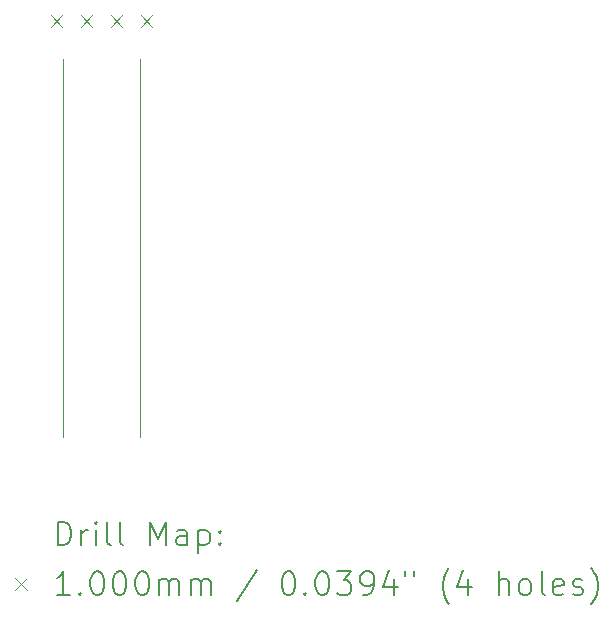
<source format=gbr>
%TF.GenerationSoftware,KiCad,Pcbnew,7.0.4*%
%TF.CreationDate,2023-05-29T14:02:55+02:00*%
%TF.ProjectId,pcb,7063622e-6b69-4636-9164-5f7063625858,rev?*%
%TF.SameCoordinates,Original*%
%TF.FileFunction,Drillmap*%
%TF.FilePolarity,Positive*%
%FSLAX45Y45*%
G04 Gerber Fmt 4.5, Leading zero omitted, Abs format (unit mm)*
G04 Created by KiCad (PCBNEW 7.0.4) date 2023-05-29 14:02:55*
%MOMM*%
%LPD*%
G01*
G04 APERTURE LIST*
%ADD10C,0.100000*%
%ADD11C,0.200000*%
G04 APERTURE END LIST*
D10*
X13289400Y-9352000D02*
X13289411Y-6150577D01*
X13939400Y-9352000D02*
X13939411Y-6150577D01*
D11*
D10*
X13183400Y-5775000D02*
X13283400Y-5875000D01*
X13283400Y-5775000D02*
X13183400Y-5875000D01*
X13437400Y-5775000D02*
X13537400Y-5875000D01*
X13537400Y-5775000D02*
X13437400Y-5875000D01*
X13691400Y-5775000D02*
X13791400Y-5875000D01*
X13791400Y-5775000D02*
X13691400Y-5875000D01*
X13945400Y-5775000D02*
X14045400Y-5875000D01*
X14045400Y-5775000D02*
X13945400Y-5875000D01*
D11*
X13245187Y-10268484D02*
X13245187Y-10068484D01*
X13245187Y-10068484D02*
X13292806Y-10068484D01*
X13292806Y-10068484D02*
X13321378Y-10078008D01*
X13321378Y-10078008D02*
X13340425Y-10097055D01*
X13340425Y-10097055D02*
X13349949Y-10116103D01*
X13349949Y-10116103D02*
X13359473Y-10154198D01*
X13359473Y-10154198D02*
X13359473Y-10182770D01*
X13359473Y-10182770D02*
X13349949Y-10220865D01*
X13349949Y-10220865D02*
X13340425Y-10239912D01*
X13340425Y-10239912D02*
X13321378Y-10258960D01*
X13321378Y-10258960D02*
X13292806Y-10268484D01*
X13292806Y-10268484D02*
X13245187Y-10268484D01*
X13445187Y-10268484D02*
X13445187Y-10135150D01*
X13445187Y-10173246D02*
X13454711Y-10154198D01*
X13454711Y-10154198D02*
X13464235Y-10144674D01*
X13464235Y-10144674D02*
X13483283Y-10135150D01*
X13483283Y-10135150D02*
X13502330Y-10135150D01*
X13568997Y-10268484D02*
X13568997Y-10135150D01*
X13568997Y-10068484D02*
X13559473Y-10078008D01*
X13559473Y-10078008D02*
X13568997Y-10087531D01*
X13568997Y-10087531D02*
X13578521Y-10078008D01*
X13578521Y-10078008D02*
X13568997Y-10068484D01*
X13568997Y-10068484D02*
X13568997Y-10087531D01*
X13692806Y-10268484D02*
X13673759Y-10258960D01*
X13673759Y-10258960D02*
X13664235Y-10239912D01*
X13664235Y-10239912D02*
X13664235Y-10068484D01*
X13797568Y-10268484D02*
X13778521Y-10258960D01*
X13778521Y-10258960D02*
X13768997Y-10239912D01*
X13768997Y-10239912D02*
X13768997Y-10068484D01*
X14026140Y-10268484D02*
X14026140Y-10068484D01*
X14026140Y-10068484D02*
X14092806Y-10211341D01*
X14092806Y-10211341D02*
X14159473Y-10068484D01*
X14159473Y-10068484D02*
X14159473Y-10268484D01*
X14340425Y-10268484D02*
X14340425Y-10163722D01*
X14340425Y-10163722D02*
X14330902Y-10144674D01*
X14330902Y-10144674D02*
X14311854Y-10135150D01*
X14311854Y-10135150D02*
X14273759Y-10135150D01*
X14273759Y-10135150D02*
X14254711Y-10144674D01*
X14340425Y-10258960D02*
X14321378Y-10268484D01*
X14321378Y-10268484D02*
X14273759Y-10268484D01*
X14273759Y-10268484D02*
X14254711Y-10258960D01*
X14254711Y-10258960D02*
X14245187Y-10239912D01*
X14245187Y-10239912D02*
X14245187Y-10220865D01*
X14245187Y-10220865D02*
X14254711Y-10201817D01*
X14254711Y-10201817D02*
X14273759Y-10192293D01*
X14273759Y-10192293D02*
X14321378Y-10192293D01*
X14321378Y-10192293D02*
X14340425Y-10182770D01*
X14435664Y-10135150D02*
X14435664Y-10335150D01*
X14435664Y-10144674D02*
X14454711Y-10135150D01*
X14454711Y-10135150D02*
X14492806Y-10135150D01*
X14492806Y-10135150D02*
X14511854Y-10144674D01*
X14511854Y-10144674D02*
X14521378Y-10154198D01*
X14521378Y-10154198D02*
X14530902Y-10173246D01*
X14530902Y-10173246D02*
X14530902Y-10230389D01*
X14530902Y-10230389D02*
X14521378Y-10249436D01*
X14521378Y-10249436D02*
X14511854Y-10258960D01*
X14511854Y-10258960D02*
X14492806Y-10268484D01*
X14492806Y-10268484D02*
X14454711Y-10268484D01*
X14454711Y-10268484D02*
X14435664Y-10258960D01*
X14616616Y-10249436D02*
X14626140Y-10258960D01*
X14626140Y-10258960D02*
X14616616Y-10268484D01*
X14616616Y-10268484D02*
X14607092Y-10258960D01*
X14607092Y-10258960D02*
X14616616Y-10249436D01*
X14616616Y-10249436D02*
X14616616Y-10268484D01*
X14616616Y-10144674D02*
X14626140Y-10154198D01*
X14626140Y-10154198D02*
X14616616Y-10163722D01*
X14616616Y-10163722D02*
X14607092Y-10154198D01*
X14607092Y-10154198D02*
X14616616Y-10144674D01*
X14616616Y-10144674D02*
X14616616Y-10163722D01*
D10*
X12884411Y-10547000D02*
X12984411Y-10647000D01*
X12984411Y-10547000D02*
X12884411Y-10647000D01*
D11*
X13349949Y-10688484D02*
X13235664Y-10688484D01*
X13292806Y-10688484D02*
X13292806Y-10488484D01*
X13292806Y-10488484D02*
X13273759Y-10517055D01*
X13273759Y-10517055D02*
X13254711Y-10536103D01*
X13254711Y-10536103D02*
X13235664Y-10545627D01*
X13435664Y-10669436D02*
X13445187Y-10678960D01*
X13445187Y-10678960D02*
X13435664Y-10688484D01*
X13435664Y-10688484D02*
X13426140Y-10678960D01*
X13426140Y-10678960D02*
X13435664Y-10669436D01*
X13435664Y-10669436D02*
X13435664Y-10688484D01*
X13568997Y-10488484D02*
X13588045Y-10488484D01*
X13588045Y-10488484D02*
X13607092Y-10498008D01*
X13607092Y-10498008D02*
X13616616Y-10507531D01*
X13616616Y-10507531D02*
X13626140Y-10526579D01*
X13626140Y-10526579D02*
X13635664Y-10564674D01*
X13635664Y-10564674D02*
X13635664Y-10612293D01*
X13635664Y-10612293D02*
X13626140Y-10650389D01*
X13626140Y-10650389D02*
X13616616Y-10669436D01*
X13616616Y-10669436D02*
X13607092Y-10678960D01*
X13607092Y-10678960D02*
X13588045Y-10688484D01*
X13588045Y-10688484D02*
X13568997Y-10688484D01*
X13568997Y-10688484D02*
X13549949Y-10678960D01*
X13549949Y-10678960D02*
X13540425Y-10669436D01*
X13540425Y-10669436D02*
X13530902Y-10650389D01*
X13530902Y-10650389D02*
X13521378Y-10612293D01*
X13521378Y-10612293D02*
X13521378Y-10564674D01*
X13521378Y-10564674D02*
X13530902Y-10526579D01*
X13530902Y-10526579D02*
X13540425Y-10507531D01*
X13540425Y-10507531D02*
X13549949Y-10498008D01*
X13549949Y-10498008D02*
X13568997Y-10488484D01*
X13759473Y-10488484D02*
X13778521Y-10488484D01*
X13778521Y-10488484D02*
X13797568Y-10498008D01*
X13797568Y-10498008D02*
X13807092Y-10507531D01*
X13807092Y-10507531D02*
X13816616Y-10526579D01*
X13816616Y-10526579D02*
X13826140Y-10564674D01*
X13826140Y-10564674D02*
X13826140Y-10612293D01*
X13826140Y-10612293D02*
X13816616Y-10650389D01*
X13816616Y-10650389D02*
X13807092Y-10669436D01*
X13807092Y-10669436D02*
X13797568Y-10678960D01*
X13797568Y-10678960D02*
X13778521Y-10688484D01*
X13778521Y-10688484D02*
X13759473Y-10688484D01*
X13759473Y-10688484D02*
X13740425Y-10678960D01*
X13740425Y-10678960D02*
X13730902Y-10669436D01*
X13730902Y-10669436D02*
X13721378Y-10650389D01*
X13721378Y-10650389D02*
X13711854Y-10612293D01*
X13711854Y-10612293D02*
X13711854Y-10564674D01*
X13711854Y-10564674D02*
X13721378Y-10526579D01*
X13721378Y-10526579D02*
X13730902Y-10507531D01*
X13730902Y-10507531D02*
X13740425Y-10498008D01*
X13740425Y-10498008D02*
X13759473Y-10488484D01*
X13949949Y-10488484D02*
X13968997Y-10488484D01*
X13968997Y-10488484D02*
X13988045Y-10498008D01*
X13988045Y-10498008D02*
X13997568Y-10507531D01*
X13997568Y-10507531D02*
X14007092Y-10526579D01*
X14007092Y-10526579D02*
X14016616Y-10564674D01*
X14016616Y-10564674D02*
X14016616Y-10612293D01*
X14016616Y-10612293D02*
X14007092Y-10650389D01*
X14007092Y-10650389D02*
X13997568Y-10669436D01*
X13997568Y-10669436D02*
X13988045Y-10678960D01*
X13988045Y-10678960D02*
X13968997Y-10688484D01*
X13968997Y-10688484D02*
X13949949Y-10688484D01*
X13949949Y-10688484D02*
X13930902Y-10678960D01*
X13930902Y-10678960D02*
X13921378Y-10669436D01*
X13921378Y-10669436D02*
X13911854Y-10650389D01*
X13911854Y-10650389D02*
X13902330Y-10612293D01*
X13902330Y-10612293D02*
X13902330Y-10564674D01*
X13902330Y-10564674D02*
X13911854Y-10526579D01*
X13911854Y-10526579D02*
X13921378Y-10507531D01*
X13921378Y-10507531D02*
X13930902Y-10498008D01*
X13930902Y-10498008D02*
X13949949Y-10488484D01*
X14102330Y-10688484D02*
X14102330Y-10555150D01*
X14102330Y-10574198D02*
X14111854Y-10564674D01*
X14111854Y-10564674D02*
X14130902Y-10555150D01*
X14130902Y-10555150D02*
X14159473Y-10555150D01*
X14159473Y-10555150D02*
X14178521Y-10564674D01*
X14178521Y-10564674D02*
X14188045Y-10583722D01*
X14188045Y-10583722D02*
X14188045Y-10688484D01*
X14188045Y-10583722D02*
X14197568Y-10564674D01*
X14197568Y-10564674D02*
X14216616Y-10555150D01*
X14216616Y-10555150D02*
X14245187Y-10555150D01*
X14245187Y-10555150D02*
X14264235Y-10564674D01*
X14264235Y-10564674D02*
X14273759Y-10583722D01*
X14273759Y-10583722D02*
X14273759Y-10688484D01*
X14368997Y-10688484D02*
X14368997Y-10555150D01*
X14368997Y-10574198D02*
X14378521Y-10564674D01*
X14378521Y-10564674D02*
X14397568Y-10555150D01*
X14397568Y-10555150D02*
X14426140Y-10555150D01*
X14426140Y-10555150D02*
X14445187Y-10564674D01*
X14445187Y-10564674D02*
X14454711Y-10583722D01*
X14454711Y-10583722D02*
X14454711Y-10688484D01*
X14454711Y-10583722D02*
X14464235Y-10564674D01*
X14464235Y-10564674D02*
X14483283Y-10555150D01*
X14483283Y-10555150D02*
X14511854Y-10555150D01*
X14511854Y-10555150D02*
X14530902Y-10564674D01*
X14530902Y-10564674D02*
X14540426Y-10583722D01*
X14540426Y-10583722D02*
X14540426Y-10688484D01*
X14930902Y-10478960D02*
X14759473Y-10736103D01*
X15188045Y-10488484D02*
X15207092Y-10488484D01*
X15207092Y-10488484D02*
X15226140Y-10498008D01*
X15226140Y-10498008D02*
X15235664Y-10507531D01*
X15235664Y-10507531D02*
X15245188Y-10526579D01*
X15245188Y-10526579D02*
X15254711Y-10564674D01*
X15254711Y-10564674D02*
X15254711Y-10612293D01*
X15254711Y-10612293D02*
X15245188Y-10650389D01*
X15245188Y-10650389D02*
X15235664Y-10669436D01*
X15235664Y-10669436D02*
X15226140Y-10678960D01*
X15226140Y-10678960D02*
X15207092Y-10688484D01*
X15207092Y-10688484D02*
X15188045Y-10688484D01*
X15188045Y-10688484D02*
X15168997Y-10678960D01*
X15168997Y-10678960D02*
X15159473Y-10669436D01*
X15159473Y-10669436D02*
X15149949Y-10650389D01*
X15149949Y-10650389D02*
X15140426Y-10612293D01*
X15140426Y-10612293D02*
X15140426Y-10564674D01*
X15140426Y-10564674D02*
X15149949Y-10526579D01*
X15149949Y-10526579D02*
X15159473Y-10507531D01*
X15159473Y-10507531D02*
X15168997Y-10498008D01*
X15168997Y-10498008D02*
X15188045Y-10488484D01*
X15340426Y-10669436D02*
X15349949Y-10678960D01*
X15349949Y-10678960D02*
X15340426Y-10688484D01*
X15340426Y-10688484D02*
X15330902Y-10678960D01*
X15330902Y-10678960D02*
X15340426Y-10669436D01*
X15340426Y-10669436D02*
X15340426Y-10688484D01*
X15473759Y-10488484D02*
X15492807Y-10488484D01*
X15492807Y-10488484D02*
X15511854Y-10498008D01*
X15511854Y-10498008D02*
X15521378Y-10507531D01*
X15521378Y-10507531D02*
X15530902Y-10526579D01*
X15530902Y-10526579D02*
X15540426Y-10564674D01*
X15540426Y-10564674D02*
X15540426Y-10612293D01*
X15540426Y-10612293D02*
X15530902Y-10650389D01*
X15530902Y-10650389D02*
X15521378Y-10669436D01*
X15521378Y-10669436D02*
X15511854Y-10678960D01*
X15511854Y-10678960D02*
X15492807Y-10688484D01*
X15492807Y-10688484D02*
X15473759Y-10688484D01*
X15473759Y-10688484D02*
X15454711Y-10678960D01*
X15454711Y-10678960D02*
X15445188Y-10669436D01*
X15445188Y-10669436D02*
X15435664Y-10650389D01*
X15435664Y-10650389D02*
X15426140Y-10612293D01*
X15426140Y-10612293D02*
X15426140Y-10564674D01*
X15426140Y-10564674D02*
X15435664Y-10526579D01*
X15435664Y-10526579D02*
X15445188Y-10507531D01*
X15445188Y-10507531D02*
X15454711Y-10498008D01*
X15454711Y-10498008D02*
X15473759Y-10488484D01*
X15607092Y-10488484D02*
X15730902Y-10488484D01*
X15730902Y-10488484D02*
X15664235Y-10564674D01*
X15664235Y-10564674D02*
X15692807Y-10564674D01*
X15692807Y-10564674D02*
X15711854Y-10574198D01*
X15711854Y-10574198D02*
X15721378Y-10583722D01*
X15721378Y-10583722D02*
X15730902Y-10602770D01*
X15730902Y-10602770D02*
X15730902Y-10650389D01*
X15730902Y-10650389D02*
X15721378Y-10669436D01*
X15721378Y-10669436D02*
X15711854Y-10678960D01*
X15711854Y-10678960D02*
X15692807Y-10688484D01*
X15692807Y-10688484D02*
X15635664Y-10688484D01*
X15635664Y-10688484D02*
X15616616Y-10678960D01*
X15616616Y-10678960D02*
X15607092Y-10669436D01*
X15826140Y-10688484D02*
X15864235Y-10688484D01*
X15864235Y-10688484D02*
X15883283Y-10678960D01*
X15883283Y-10678960D02*
X15892807Y-10669436D01*
X15892807Y-10669436D02*
X15911854Y-10640865D01*
X15911854Y-10640865D02*
X15921378Y-10602770D01*
X15921378Y-10602770D02*
X15921378Y-10526579D01*
X15921378Y-10526579D02*
X15911854Y-10507531D01*
X15911854Y-10507531D02*
X15902330Y-10498008D01*
X15902330Y-10498008D02*
X15883283Y-10488484D01*
X15883283Y-10488484D02*
X15845188Y-10488484D01*
X15845188Y-10488484D02*
X15826140Y-10498008D01*
X15826140Y-10498008D02*
X15816616Y-10507531D01*
X15816616Y-10507531D02*
X15807092Y-10526579D01*
X15807092Y-10526579D02*
X15807092Y-10574198D01*
X15807092Y-10574198D02*
X15816616Y-10593246D01*
X15816616Y-10593246D02*
X15826140Y-10602770D01*
X15826140Y-10602770D02*
X15845188Y-10612293D01*
X15845188Y-10612293D02*
X15883283Y-10612293D01*
X15883283Y-10612293D02*
X15902330Y-10602770D01*
X15902330Y-10602770D02*
X15911854Y-10593246D01*
X15911854Y-10593246D02*
X15921378Y-10574198D01*
X16092807Y-10555150D02*
X16092807Y-10688484D01*
X16045188Y-10478960D02*
X15997569Y-10621817D01*
X15997569Y-10621817D02*
X16121378Y-10621817D01*
X16188045Y-10488484D02*
X16188045Y-10526579D01*
X16264235Y-10488484D02*
X16264235Y-10526579D01*
X16559473Y-10764674D02*
X16549950Y-10755150D01*
X16549950Y-10755150D02*
X16530902Y-10726579D01*
X16530902Y-10726579D02*
X16521378Y-10707531D01*
X16521378Y-10707531D02*
X16511854Y-10678960D01*
X16511854Y-10678960D02*
X16502331Y-10631341D01*
X16502331Y-10631341D02*
X16502331Y-10593246D01*
X16502331Y-10593246D02*
X16511854Y-10545627D01*
X16511854Y-10545627D02*
X16521378Y-10517055D01*
X16521378Y-10517055D02*
X16530902Y-10498008D01*
X16530902Y-10498008D02*
X16549950Y-10469436D01*
X16549950Y-10469436D02*
X16559473Y-10459912D01*
X16721378Y-10555150D02*
X16721378Y-10688484D01*
X16673759Y-10478960D02*
X16626140Y-10621817D01*
X16626140Y-10621817D02*
X16749950Y-10621817D01*
X16978521Y-10688484D02*
X16978521Y-10488484D01*
X17064235Y-10688484D02*
X17064235Y-10583722D01*
X17064235Y-10583722D02*
X17054712Y-10564674D01*
X17054712Y-10564674D02*
X17035664Y-10555150D01*
X17035664Y-10555150D02*
X17007093Y-10555150D01*
X17007093Y-10555150D02*
X16988045Y-10564674D01*
X16988045Y-10564674D02*
X16978521Y-10574198D01*
X17188045Y-10688484D02*
X17168997Y-10678960D01*
X17168997Y-10678960D02*
X17159474Y-10669436D01*
X17159474Y-10669436D02*
X17149950Y-10650389D01*
X17149950Y-10650389D02*
X17149950Y-10593246D01*
X17149950Y-10593246D02*
X17159474Y-10574198D01*
X17159474Y-10574198D02*
X17168997Y-10564674D01*
X17168997Y-10564674D02*
X17188045Y-10555150D01*
X17188045Y-10555150D02*
X17216616Y-10555150D01*
X17216616Y-10555150D02*
X17235664Y-10564674D01*
X17235664Y-10564674D02*
X17245188Y-10574198D01*
X17245188Y-10574198D02*
X17254712Y-10593246D01*
X17254712Y-10593246D02*
X17254712Y-10650389D01*
X17254712Y-10650389D02*
X17245188Y-10669436D01*
X17245188Y-10669436D02*
X17235664Y-10678960D01*
X17235664Y-10678960D02*
X17216616Y-10688484D01*
X17216616Y-10688484D02*
X17188045Y-10688484D01*
X17368997Y-10688484D02*
X17349950Y-10678960D01*
X17349950Y-10678960D02*
X17340426Y-10659912D01*
X17340426Y-10659912D02*
X17340426Y-10488484D01*
X17521378Y-10678960D02*
X17502331Y-10688484D01*
X17502331Y-10688484D02*
X17464235Y-10688484D01*
X17464235Y-10688484D02*
X17445188Y-10678960D01*
X17445188Y-10678960D02*
X17435664Y-10659912D01*
X17435664Y-10659912D02*
X17435664Y-10583722D01*
X17435664Y-10583722D02*
X17445188Y-10564674D01*
X17445188Y-10564674D02*
X17464235Y-10555150D01*
X17464235Y-10555150D02*
X17502331Y-10555150D01*
X17502331Y-10555150D02*
X17521378Y-10564674D01*
X17521378Y-10564674D02*
X17530902Y-10583722D01*
X17530902Y-10583722D02*
X17530902Y-10602770D01*
X17530902Y-10602770D02*
X17435664Y-10621817D01*
X17607093Y-10678960D02*
X17626140Y-10688484D01*
X17626140Y-10688484D02*
X17664235Y-10688484D01*
X17664235Y-10688484D02*
X17683283Y-10678960D01*
X17683283Y-10678960D02*
X17692807Y-10659912D01*
X17692807Y-10659912D02*
X17692807Y-10650389D01*
X17692807Y-10650389D02*
X17683283Y-10631341D01*
X17683283Y-10631341D02*
X17664235Y-10621817D01*
X17664235Y-10621817D02*
X17635664Y-10621817D01*
X17635664Y-10621817D02*
X17616616Y-10612293D01*
X17616616Y-10612293D02*
X17607093Y-10593246D01*
X17607093Y-10593246D02*
X17607093Y-10583722D01*
X17607093Y-10583722D02*
X17616616Y-10564674D01*
X17616616Y-10564674D02*
X17635664Y-10555150D01*
X17635664Y-10555150D02*
X17664235Y-10555150D01*
X17664235Y-10555150D02*
X17683283Y-10564674D01*
X17759474Y-10764674D02*
X17768997Y-10755150D01*
X17768997Y-10755150D02*
X17788045Y-10726579D01*
X17788045Y-10726579D02*
X17797569Y-10707531D01*
X17797569Y-10707531D02*
X17807093Y-10678960D01*
X17807093Y-10678960D02*
X17816616Y-10631341D01*
X17816616Y-10631341D02*
X17816616Y-10593246D01*
X17816616Y-10593246D02*
X17807093Y-10545627D01*
X17807093Y-10545627D02*
X17797569Y-10517055D01*
X17797569Y-10517055D02*
X17788045Y-10498008D01*
X17788045Y-10498008D02*
X17768997Y-10469436D01*
X17768997Y-10469436D02*
X17759474Y-10459912D01*
M02*

</source>
